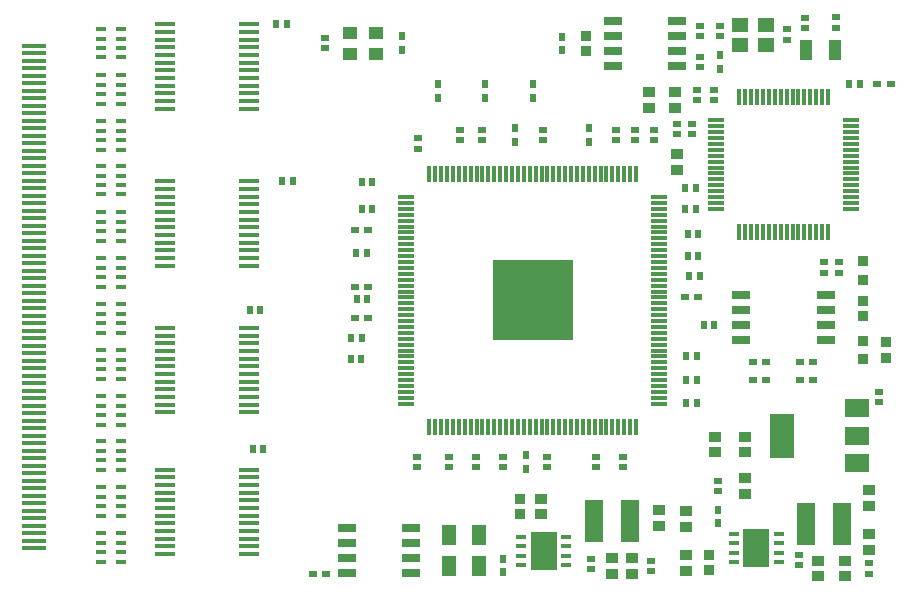
<source format=gtp>
G04*
G04 #@! TF.GenerationSoftware,Altium Limited,Altium Designer,21.6.4 (81)*
G04*
G04 Layer_Color=8421504*
%FSLAX44Y44*%
%MOMM*%
G71*
G04*
G04 #@! TF.SameCoordinates,6F4435E8-1246-4E1E-919F-4622FBB0EAFB*
G04*
G04*
G04 #@! TF.FilePolarity,Positive*
G04*
G01*
G75*
%ADD17R,6.8500X6.8500*%
%ADD18R,0.3000X1.4750*%
%ADD19R,1.4750X0.3000*%
%ADD20R,1.0000X0.9000*%
%ADD21R,0.7500X0.6000*%
%ADD22R,1.6500X0.6500*%
%ADD23R,0.6400X0.6000*%
%ADD24R,1.5250X0.7000*%
%ADD25R,0.6000X0.6400*%
%ADD26R,2.0000X1.5000*%
%ADD27R,2.0000X3.8000*%
%ADD28R,0.6000X0.7500*%
%ADD29R,1.5000X3.6000*%
%ADD30R,0.9500X0.3500*%
%ADD31R,2.3000X3.2300*%
%ADD32R,0.9500X0.8500*%
%ADD33R,1.2300X1.8000*%
%ADD34R,0.9000X0.4500*%
%ADD35R,1.8000X0.4500*%
%ADD36R,1.0000X1.8000*%
%ADD37R,0.9500X0.9000*%
%ADD38R,2.0000X0.3800*%
%ADD39R,1.3000X1.1000*%
%ADD40R,1.4000X1.2000*%
D17*
X635500Y467000D02*
D03*
D18*
X723000Y574380D02*
D03*
X718000D02*
D03*
X713000D02*
D03*
X708000D02*
D03*
X703000D02*
D03*
X698000D02*
D03*
X693000D02*
D03*
X683000D02*
D03*
X678000D02*
D03*
X673000D02*
D03*
X653000D02*
D03*
X648000D02*
D03*
X643000D02*
D03*
X688000D02*
D03*
X633000D02*
D03*
X638000D02*
D03*
X623000D02*
D03*
X628000D02*
D03*
X618000D02*
D03*
X613000D02*
D03*
X608000D02*
D03*
X668000D02*
D03*
X663000D02*
D03*
X658000D02*
D03*
X603000D02*
D03*
X598000D02*
D03*
X593000D02*
D03*
X588000D02*
D03*
X583000D02*
D03*
X578000D02*
D03*
X573000D02*
D03*
X568000D02*
D03*
X563000D02*
D03*
X558000D02*
D03*
X553000D02*
D03*
X548000D02*
D03*
X723000Y359620D02*
D03*
X718000D02*
D03*
X713000D02*
D03*
X708000D02*
D03*
X703000D02*
D03*
X698000D02*
D03*
X693000D02*
D03*
X688000D02*
D03*
X683000D02*
D03*
X678000D02*
D03*
X673000D02*
D03*
X668000D02*
D03*
X663000D02*
D03*
X658000D02*
D03*
X653000D02*
D03*
X648000D02*
D03*
X638000D02*
D03*
X643000D02*
D03*
X633000D02*
D03*
X628000D02*
D03*
X623000D02*
D03*
X618000D02*
D03*
X613000D02*
D03*
X608000D02*
D03*
X603000D02*
D03*
X598000D02*
D03*
X593000D02*
D03*
X588000D02*
D03*
X583000D02*
D03*
X578000D02*
D03*
X573000D02*
D03*
X568000D02*
D03*
X563000D02*
D03*
X558000D02*
D03*
X553000D02*
D03*
X548000D02*
D03*
X885500Y524620D02*
D03*
X880500D02*
D03*
X875500D02*
D03*
X870500D02*
D03*
X865500D02*
D03*
X860500D02*
D03*
X855500D02*
D03*
X850500D02*
D03*
X845500D02*
D03*
X840500D02*
D03*
X835500D02*
D03*
X830500D02*
D03*
X825500D02*
D03*
X820500D02*
D03*
X815500D02*
D03*
X810500D02*
D03*
Y639380D02*
D03*
X815500D02*
D03*
X820500D02*
D03*
X825500D02*
D03*
X830500D02*
D03*
X835500D02*
D03*
X840500D02*
D03*
X845500D02*
D03*
X850500D02*
D03*
X855500D02*
D03*
X860500D02*
D03*
X865500D02*
D03*
X870500D02*
D03*
X875500D02*
D03*
X880500D02*
D03*
X885500D02*
D03*
D19*
X528120Y379500D02*
D03*
Y384500D02*
D03*
Y389500D02*
D03*
Y394500D02*
D03*
Y399500D02*
D03*
Y404500D02*
D03*
Y409500D02*
D03*
Y414500D02*
D03*
Y419500D02*
D03*
Y424500D02*
D03*
Y429500D02*
D03*
Y434500D02*
D03*
Y439500D02*
D03*
Y444500D02*
D03*
Y449500D02*
D03*
Y454500D02*
D03*
Y459500D02*
D03*
Y464500D02*
D03*
Y469500D02*
D03*
Y474500D02*
D03*
Y479500D02*
D03*
Y484500D02*
D03*
Y489500D02*
D03*
Y494500D02*
D03*
Y499500D02*
D03*
Y504500D02*
D03*
Y509500D02*
D03*
Y514500D02*
D03*
Y519500D02*
D03*
Y524500D02*
D03*
Y529500D02*
D03*
Y534500D02*
D03*
Y539500D02*
D03*
Y544500D02*
D03*
Y549500D02*
D03*
Y554500D02*
D03*
X742880Y379500D02*
D03*
Y384500D02*
D03*
Y389500D02*
D03*
Y394500D02*
D03*
Y399500D02*
D03*
Y404500D02*
D03*
Y409500D02*
D03*
Y414500D02*
D03*
Y419500D02*
D03*
Y424500D02*
D03*
Y429500D02*
D03*
Y434500D02*
D03*
Y439500D02*
D03*
Y444500D02*
D03*
Y449500D02*
D03*
Y479500D02*
D03*
Y454500D02*
D03*
Y524500D02*
D03*
Y459500D02*
D03*
Y464500D02*
D03*
Y489500D02*
D03*
Y534500D02*
D03*
Y469500D02*
D03*
Y474500D02*
D03*
Y529500D02*
D03*
Y484500D02*
D03*
Y539500D02*
D03*
Y494500D02*
D03*
Y499500D02*
D03*
Y504500D02*
D03*
Y509500D02*
D03*
Y514500D02*
D03*
Y519500D02*
D03*
Y544500D02*
D03*
Y549500D02*
D03*
Y554500D02*
D03*
X790620Y599500D02*
D03*
Y589500D02*
D03*
Y594500D02*
D03*
Y604500D02*
D03*
X905380Y619500D02*
D03*
Y614500D02*
D03*
Y609500D02*
D03*
Y604500D02*
D03*
Y599500D02*
D03*
Y594500D02*
D03*
Y589500D02*
D03*
Y584500D02*
D03*
Y579500D02*
D03*
Y574500D02*
D03*
Y569500D02*
D03*
Y564500D02*
D03*
Y559500D02*
D03*
Y554500D02*
D03*
Y549500D02*
D03*
Y544500D02*
D03*
X790620D02*
D03*
Y549500D02*
D03*
Y554500D02*
D03*
Y559500D02*
D03*
Y564500D02*
D03*
Y569500D02*
D03*
Y574500D02*
D03*
Y579500D02*
D03*
Y584500D02*
D03*
Y609500D02*
D03*
Y614500D02*
D03*
Y619500D02*
D03*
D20*
X756000Y643750D02*
D03*
Y630250D02*
D03*
X877500Y246750D02*
D03*
Y233250D02*
D03*
X900000Y246750D02*
D03*
Y233250D02*
D03*
X720000Y249250D02*
D03*
Y235750D02*
D03*
X702500Y249250D02*
D03*
Y235750D02*
D03*
X642500Y299250D02*
D03*
Y285750D02*
D03*
X790000Y338250D02*
D03*
Y351750D02*
D03*
X765000Y238250D02*
D03*
Y251750D02*
D03*
X758000Y577250D02*
D03*
Y590750D02*
D03*
X734000Y630250D02*
D03*
Y643750D02*
D03*
X765000Y288750D02*
D03*
Y275250D02*
D03*
X742500Y289250D02*
D03*
Y275750D02*
D03*
X815000Y338250D02*
D03*
Y351750D02*
D03*
X920000Y255750D02*
D03*
Y269250D02*
D03*
Y306750D02*
D03*
Y293250D02*
D03*
X815000Y303250D02*
D03*
Y316750D02*
D03*
D21*
X821750Y415000D02*
D03*
X833250D02*
D03*
X873250D02*
D03*
X861750D02*
D03*
X873250Y400000D02*
D03*
X861750D02*
D03*
X821750D02*
D03*
X833250D02*
D03*
X764250Y470000D02*
D03*
X775750D02*
D03*
X460750Y235000D02*
D03*
X449250D02*
D03*
X927250Y650000D02*
D03*
X938750D02*
D03*
X484750Y478000D02*
D03*
X496250D02*
D03*
X484750Y452000D02*
D03*
X496250D02*
D03*
Y527000D02*
D03*
X484750D02*
D03*
D22*
X883500Y471550D02*
D03*
Y458850D02*
D03*
Y446150D02*
D03*
Y433450D02*
D03*
X811500D02*
D03*
Y446150D02*
D03*
Y458850D02*
D03*
Y471550D02*
D03*
D23*
X460000Y689400D02*
D03*
Y680600D02*
D03*
X929000Y389400D02*
D03*
Y380600D02*
D03*
X920000Y244400D02*
D03*
Y235600D02*
D03*
X861000Y242600D02*
D03*
Y251400D02*
D03*
X685000Y239600D02*
D03*
Y248400D02*
D03*
X736000Y246400D02*
D03*
Y237600D02*
D03*
X706000Y611400D02*
D03*
Y602600D02*
D03*
X574000Y611400D02*
D03*
Y602600D02*
D03*
X644000Y611400D02*
D03*
Y602600D02*
D03*
X794000Y690600D02*
D03*
Y699400D02*
D03*
X851000Y696400D02*
D03*
Y687600D02*
D03*
X866000Y697600D02*
D03*
Y706400D02*
D03*
X892000Y698000D02*
D03*
Y706800D02*
D03*
X882000Y499400D02*
D03*
Y490600D02*
D03*
X758000Y607600D02*
D03*
Y616400D02*
D03*
X775000Y636600D02*
D03*
Y645400D02*
D03*
X712000Y334400D02*
D03*
Y325600D02*
D03*
X565000Y334400D02*
D03*
Y325600D02*
D03*
X538000Y595600D02*
D03*
Y604400D02*
D03*
X722000Y602600D02*
D03*
Y611400D02*
D03*
X537500Y334400D02*
D03*
Y325600D02*
D03*
X738000Y602600D02*
D03*
Y611400D02*
D03*
X647500Y334400D02*
D03*
Y325600D02*
D03*
X587500Y334400D02*
D03*
Y325600D02*
D03*
X593000Y602600D02*
D03*
Y611400D02*
D03*
X689000Y334400D02*
D03*
Y325600D02*
D03*
X610000Y334400D02*
D03*
Y325600D02*
D03*
X777000Y690600D02*
D03*
Y699400D02*
D03*
X792000Y314400D02*
D03*
Y305600D02*
D03*
X770000Y607600D02*
D03*
Y616400D02*
D03*
X895000Y499400D02*
D03*
Y490600D02*
D03*
X789000Y636600D02*
D03*
Y645400D02*
D03*
X777000Y673400D02*
D03*
Y664600D02*
D03*
D24*
X477880Y274050D02*
D03*
Y261350D02*
D03*
Y248650D02*
D03*
Y235950D02*
D03*
X532120D02*
D03*
Y248650D02*
D03*
Y261350D02*
D03*
Y274050D02*
D03*
X703380Y703550D02*
D03*
Y690850D02*
D03*
Y678150D02*
D03*
Y665450D02*
D03*
X757620D02*
D03*
Y678150D02*
D03*
Y690850D02*
D03*
Y703550D02*
D03*
D25*
X490600Y544000D02*
D03*
X499400D02*
D03*
X774400Y420000D02*
D03*
X765600D02*
D03*
X775400Y523000D02*
D03*
X766600D02*
D03*
X773400Y562000D02*
D03*
X764600D02*
D03*
X789400Y446000D02*
D03*
X780600D02*
D03*
X765600Y380000D02*
D03*
X774400D02*
D03*
X499400Y567500D02*
D03*
X490600D02*
D03*
X768100Y487500D02*
D03*
X776900D02*
D03*
X490400Y417000D02*
D03*
X481600D02*
D03*
X495400Y468000D02*
D03*
X486600D02*
D03*
X494900Y507000D02*
D03*
X486100D02*
D03*
X766600Y505000D02*
D03*
X775400D02*
D03*
X765600Y400000D02*
D03*
X774400D02*
D03*
X490900Y435000D02*
D03*
X482100D02*
D03*
X773400Y544000D02*
D03*
X764600D02*
D03*
X903600Y650000D02*
D03*
X912400D02*
D03*
X407400Y341000D02*
D03*
X398600D02*
D03*
X405000Y459000D02*
D03*
X396200D02*
D03*
X423600Y568000D02*
D03*
X432400D02*
D03*
X418600Y701000D02*
D03*
X427400D02*
D03*
D26*
X910000Y329500D02*
D03*
Y352500D02*
D03*
Y375500D02*
D03*
D27*
X847000Y352500D02*
D03*
D28*
X792000Y278250D02*
D03*
Y289750D02*
D03*
X610000Y236750D02*
D03*
Y248250D02*
D03*
X794000Y663250D02*
D03*
Y674750D02*
D03*
X630000Y324250D02*
D03*
Y335750D02*
D03*
X620500Y612750D02*
D03*
Y601250D02*
D03*
X660500Y690250D02*
D03*
Y678750D02*
D03*
X635500Y650250D02*
D03*
Y638750D02*
D03*
X595500Y650250D02*
D03*
Y638750D02*
D03*
X555500D02*
D03*
Y650250D02*
D03*
X683000Y612750D02*
D03*
Y601250D02*
D03*
X525000Y690750D02*
D03*
Y679250D02*
D03*
D29*
X897750Y277500D02*
D03*
X867250D02*
D03*
X687250Y280000D02*
D03*
X717750D02*
D03*
D30*
X806000Y269500D02*
D03*
Y261500D02*
D03*
Y253500D02*
D03*
Y245500D02*
D03*
X844000D02*
D03*
Y253500D02*
D03*
Y261500D02*
D03*
Y269500D02*
D03*
X626000Y267000D02*
D03*
Y259000D02*
D03*
Y251000D02*
D03*
Y243000D02*
D03*
X664000D02*
D03*
Y251000D02*
D03*
Y259000D02*
D03*
Y267000D02*
D03*
D31*
X825000Y257500D02*
D03*
X645000Y255000D02*
D03*
D32*
X785000Y251500D02*
D03*
Y238500D02*
D03*
X625000Y299000D02*
D03*
Y286000D02*
D03*
X915000Y466500D02*
D03*
Y453500D02*
D03*
X935000Y431500D02*
D03*
Y418500D02*
D03*
X680500Y678000D02*
D03*
Y691000D02*
D03*
D33*
X565000Y241900D02*
D03*
Y268100D02*
D03*
X590000Y241900D02*
D03*
Y268100D02*
D03*
D34*
X287200Y253700D02*
D03*
Y245700D02*
D03*
Y269700D02*
D03*
Y261700D02*
D03*
X270200D02*
D03*
Y269700D02*
D03*
Y245700D02*
D03*
Y253700D02*
D03*
Y292700D02*
D03*
Y284700D02*
D03*
Y308700D02*
D03*
Y300700D02*
D03*
X287200D02*
D03*
Y308700D02*
D03*
Y284700D02*
D03*
Y292700D02*
D03*
X270200Y331700D02*
D03*
Y323700D02*
D03*
Y347700D02*
D03*
Y339700D02*
D03*
X287200D02*
D03*
Y347700D02*
D03*
Y323700D02*
D03*
Y331700D02*
D03*
X270200Y369700D02*
D03*
Y361700D02*
D03*
Y385700D02*
D03*
Y377700D02*
D03*
X287200D02*
D03*
Y385700D02*
D03*
Y361700D02*
D03*
Y369700D02*
D03*
X270200Y408700D02*
D03*
Y400700D02*
D03*
Y424700D02*
D03*
Y416700D02*
D03*
X287200D02*
D03*
Y424700D02*
D03*
Y400700D02*
D03*
Y408700D02*
D03*
X270200Y447700D02*
D03*
Y439700D02*
D03*
Y463700D02*
D03*
Y455700D02*
D03*
X287200D02*
D03*
Y463700D02*
D03*
Y439700D02*
D03*
Y447700D02*
D03*
X270200Y486700D02*
D03*
Y478700D02*
D03*
Y502700D02*
D03*
Y494700D02*
D03*
X287200D02*
D03*
Y502700D02*
D03*
Y478700D02*
D03*
Y486700D02*
D03*
X270200Y525700D02*
D03*
Y517700D02*
D03*
Y541700D02*
D03*
Y533700D02*
D03*
X287200D02*
D03*
Y541700D02*
D03*
Y517700D02*
D03*
Y525700D02*
D03*
X270200Y564700D02*
D03*
Y556700D02*
D03*
Y580700D02*
D03*
Y572700D02*
D03*
X287200D02*
D03*
Y580700D02*
D03*
Y556700D02*
D03*
Y564700D02*
D03*
X270200Y602700D02*
D03*
Y594700D02*
D03*
Y618700D02*
D03*
Y610700D02*
D03*
X287200D02*
D03*
Y618700D02*
D03*
Y594700D02*
D03*
Y602700D02*
D03*
X270200Y641700D02*
D03*
Y633700D02*
D03*
Y657700D02*
D03*
Y649700D02*
D03*
X287200D02*
D03*
Y657700D02*
D03*
Y633700D02*
D03*
Y641700D02*
D03*
X270200Y680700D02*
D03*
Y672700D02*
D03*
Y696700D02*
D03*
Y688700D02*
D03*
X287200D02*
D03*
Y696700D02*
D03*
Y672700D02*
D03*
Y680700D02*
D03*
D35*
X324500Y443750D02*
D03*
Y437250D02*
D03*
Y430750D02*
D03*
Y424250D02*
D03*
Y417750D02*
D03*
Y411250D02*
D03*
Y404750D02*
D03*
Y398250D02*
D03*
Y391750D02*
D03*
Y385250D02*
D03*
Y378750D02*
D03*
Y372250D02*
D03*
X395500D02*
D03*
Y378750D02*
D03*
Y385250D02*
D03*
Y391750D02*
D03*
Y398250D02*
D03*
Y404750D02*
D03*
Y411250D02*
D03*
Y417750D02*
D03*
Y424250D02*
D03*
Y430750D02*
D03*
Y437250D02*
D03*
Y443750D02*
D03*
Y567750D02*
D03*
Y561250D02*
D03*
Y554750D02*
D03*
Y548250D02*
D03*
Y541750D02*
D03*
Y535250D02*
D03*
Y528750D02*
D03*
Y522250D02*
D03*
Y515750D02*
D03*
Y509250D02*
D03*
Y502750D02*
D03*
Y496250D02*
D03*
X324500D02*
D03*
Y502750D02*
D03*
Y509250D02*
D03*
Y515750D02*
D03*
Y522250D02*
D03*
Y528750D02*
D03*
Y535250D02*
D03*
Y541750D02*
D03*
Y548250D02*
D03*
Y554750D02*
D03*
Y561250D02*
D03*
Y567750D02*
D03*
X395500Y700750D02*
D03*
Y694250D02*
D03*
Y687750D02*
D03*
Y681250D02*
D03*
Y674750D02*
D03*
Y668250D02*
D03*
Y661750D02*
D03*
Y655250D02*
D03*
Y648750D02*
D03*
Y642250D02*
D03*
Y635750D02*
D03*
Y629250D02*
D03*
X324500D02*
D03*
Y635750D02*
D03*
Y642250D02*
D03*
Y648750D02*
D03*
Y655250D02*
D03*
Y661750D02*
D03*
Y668250D02*
D03*
Y674750D02*
D03*
Y681250D02*
D03*
Y687750D02*
D03*
Y694250D02*
D03*
Y700750D02*
D03*
X395500Y323750D02*
D03*
Y317250D02*
D03*
Y310750D02*
D03*
Y304250D02*
D03*
Y297750D02*
D03*
Y291250D02*
D03*
Y284750D02*
D03*
Y278250D02*
D03*
Y271750D02*
D03*
Y265250D02*
D03*
Y258750D02*
D03*
Y252250D02*
D03*
X324500D02*
D03*
Y258750D02*
D03*
Y265250D02*
D03*
Y271750D02*
D03*
Y278250D02*
D03*
Y284750D02*
D03*
Y291250D02*
D03*
Y297750D02*
D03*
Y304250D02*
D03*
Y310750D02*
D03*
Y317250D02*
D03*
Y323750D02*
D03*
D36*
X866500Y679000D02*
D03*
X891500D02*
D03*
D37*
X915000Y484500D02*
D03*
Y500500D02*
D03*
Y433000D02*
D03*
Y417000D02*
D03*
D38*
X213000Y644625D02*
D03*
Y638275D02*
D03*
Y631925D02*
D03*
Y625575D02*
D03*
Y682725D02*
D03*
Y670025D02*
D03*
Y657325D02*
D03*
Y619225D02*
D03*
Y606525D02*
D03*
Y593825D02*
D03*
Y581125D02*
D03*
Y568425D02*
D03*
Y555725D02*
D03*
Y543025D02*
D03*
Y530325D02*
D03*
Y517625D02*
D03*
Y504925D02*
D03*
Y492225D02*
D03*
Y479525D02*
D03*
Y466825D02*
D03*
Y454125D02*
D03*
Y441425D02*
D03*
Y428725D02*
D03*
Y416025D02*
D03*
Y403325D02*
D03*
Y390625D02*
D03*
Y377925D02*
D03*
Y365225D02*
D03*
Y352525D02*
D03*
Y339825D02*
D03*
Y327125D02*
D03*
Y314425D02*
D03*
Y301725D02*
D03*
Y289025D02*
D03*
Y276325D02*
D03*
Y263625D02*
D03*
Y676375D02*
D03*
Y663675D02*
D03*
Y650975D02*
D03*
Y612875D02*
D03*
Y600175D02*
D03*
Y587475D02*
D03*
Y574775D02*
D03*
Y562075D02*
D03*
Y549375D02*
D03*
Y536675D02*
D03*
Y523975D02*
D03*
Y511275D02*
D03*
Y498575D02*
D03*
Y485875D02*
D03*
Y473175D02*
D03*
Y460475D02*
D03*
Y447775D02*
D03*
Y435075D02*
D03*
Y422375D02*
D03*
Y409675D02*
D03*
Y396975D02*
D03*
Y384275D02*
D03*
Y371575D02*
D03*
Y358875D02*
D03*
Y346175D02*
D03*
Y333475D02*
D03*
Y320775D02*
D03*
Y308075D02*
D03*
Y295375D02*
D03*
Y282675D02*
D03*
Y269975D02*
D03*
Y257275D02*
D03*
D39*
X481000Y676000D02*
D03*
Y693000D02*
D03*
X503000Y676000D02*
D03*
Y693000D02*
D03*
D40*
X811000Y700500D02*
D03*
X833000D02*
D03*
Y683500D02*
D03*
X811000D02*
D03*
M02*

</source>
